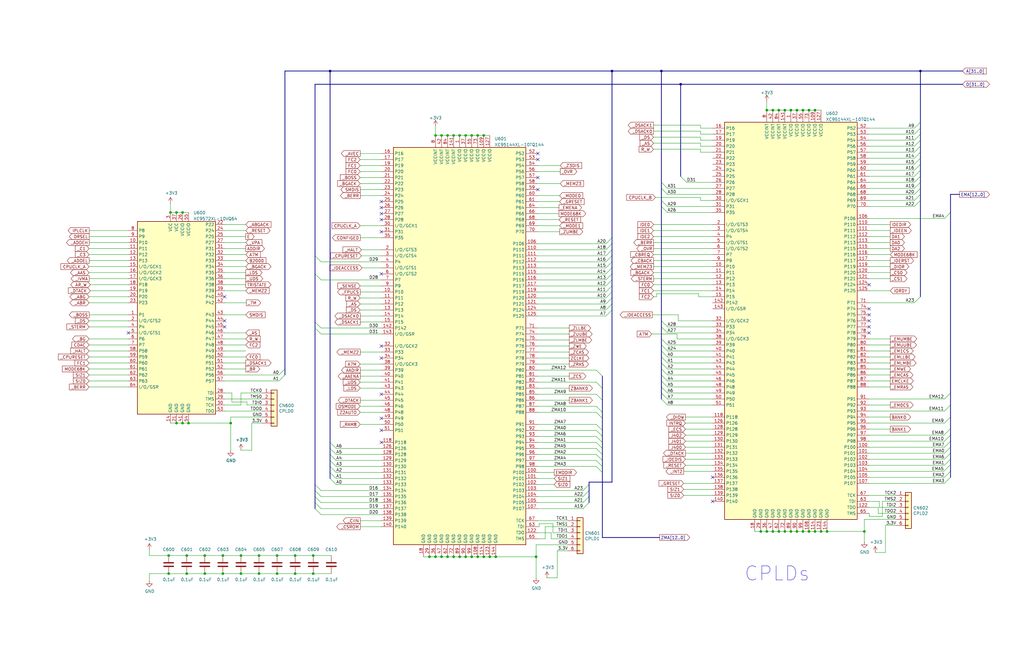
<source format=kicad_sch>
(kicad_sch (version 20211123) (generator eeschema)
  (paper "B")
  (title_block (title "Amiga N2630") (date "2022-12-04") (rev "3.0"))
  (junction (at 93.98 234.442))
  (junction (at 124.46 234.442))
  (junction (at 364.49 224.282))
  (junction (at 336.042 224.282))
  (junction (at 71.882 89.662))
  (junction (at 226.06 234.95))
  (junction (at 74.422 178.562))
  (junction (at 74.422 89.662))
  (junction (at 109.22 234.442))
  (junction (at 71.12 234.442))
  (junction (at 206.502 234.95))
  (junction (at 132.08 234.442))
  (junction (at 209.042 234.95))
  (junction (at 203.962 57.15))
  (junction (at 139.192 29.972))
  (junction (at 109.22 242.062))
  (junction (at 258.064 29.972))
  (junction (at 132.08 242.062))
  (junction (at 191.262 57.15))
  (junction (at 193.802 57.15))
  (junction (at 86.36 234.442))
  (junction (at 196.342 57.15))
  (junction (at 325.882 224.282))
  (junction (at 183.642 57.15))
  (junction (at 191.262 234.95))
  (junction (at 76.962 178.562))
  (junction (at 343.662 46.482))
  (junction (at 330.962 224.282))
  (junction (at 388.112 29.972))
  (junction (at 116.84 234.442))
  (junction (at 188.722 57.15))
  (junction (at 97.282 178.562))
  (junction (at 201.422 57.15))
  (junction (at 181.102 234.95))
  (junction (at 341.122 46.482))
  (junction (at 287.02 35.56))
  (junction (at 78.74 234.442))
  (junction (at 76.962 89.662))
  (junction (at 78.74 242.062))
  (junction (at 124.46 242.062))
  (junction (at 278.892 29.972))
  (junction (at 333.502 224.282))
  (junction (at 101.6 234.442))
  (junction (at 341.122 224.282))
  (junction (at 323.342 46.482))
  (junction (at 325.882 46.482))
  (junction (at 338.582 46.482))
  (junction (at 346.202 224.282))
  (junction (at 186.182 234.95))
  (junction (at 198.882 57.15))
  (junction (at 79.502 178.562))
  (junction (at 196.342 234.95))
  (junction (at 186.182 57.15))
  (junction (at 93.98 242.062))
  (junction (at 328.422 46.482))
  (junction (at 101.6 242.062))
  (junction (at 323.342 224.282))
  (junction (at 328.422 224.282))
  (junction (at 343.662 224.282))
  (junction (at 330.962 46.482))
  (junction (at 116.84 242.062))
  (junction (at 336.042 46.482))
  (junction (at 320.802 224.282))
  (junction (at 338.582 224.282))
  (junction (at 183.642 234.95))
  (junction (at 71.12 242.062))
  (junction (at 86.36 242.062))
  (junction (at 333.502 46.482))
  (junction (at 193.802 234.95))
  (junction (at 203.962 234.95))
  (junction (at 188.722 234.95))
  (junction (at 201.422 234.95))
  (junction (at 348.742 224.282))
  (junction (at 198.882 234.95))
  (no_connect (at 94.742 125.222))
  (no_connect (at 160.782 166.37))
  (no_connect (at 160.782 186.69))
  (no_connect (at 226.822 80.01))
  (no_connect (at 226.822 74.93))
  (no_connect (at 226.822 67.31))
  (no_connect (at 226.822 64.77))
  (no_connect (at 300.482 211.582))
  (no_connect (at 366.522 120.142))
  (no_connect (at 160.782 115.57))
  (no_connect (at 160.782 97.79))
  (no_connect (at 160.782 146.05))
  (no_connect (at 366.522 130.302))
  (no_connect (at 300.482 201.422))
  (no_connect (at 160.782 92.71))
  (no_connect (at 366.522 140.462))
  (no_connect (at 366.522 137.922))
  (no_connect (at 366.522 135.382))
  (no_connect (at 160.782 85.09))
  (no_connect (at 160.782 87.63))
  (no_connect (at 160.782 90.17))
  (no_connect (at 94.742 137.922))
  (no_connect (at 94.742 135.382))
  (no_connect (at 160.782 151.13))
  (no_connect (at 160.782 176.53))
  (no_connect (at 160.782 181.61))
  (no_connect (at 366.522 132.842))
  (no_connect (at 54.102 140.462))
  (bus_entry (at 281.432 137.922) (size -2.54 -2.54))
  (bus_entry (at 398.272 186.182) (size 2.54 -2.54))
  (bus_entry (at 398.018 183.642) (size 2.54 -2.54))
  (bus_entry (at 398.272 188.722) (size 2.54 -2.54))
  (bus_entry (at 398.272 173.482) (size 2.54 -2.54))
  (bus_entry (at 398.272 178.562) (size 2.54 -2.54))
  (bus_entry (at 255.524 107.95) (size 2.54 -2.54))
  (bus_entry (at 385.572 74.422) (size 2.54 -2.54))
  (bus_entry (at 385.572 61.722) (size 2.54 -2.54))
  (bus_entry (at 255.524 133.35) (size 2.54 -2.54))
  (bus_entry (at 385.572 54.102) (size 2.54 -2.54))
  (bus_entry (at 281.432 89.662) (size -2.54 -2.54))
  (bus_entry (at 281.432 79.502) (size -2.54 -2.54))
  (bus_entry (at 385.572 127.762) (size 2.54 -2.54))
  (bus_entry (at 385.572 79.502) (size 2.54 -2.54))
  (bus_entry (at 135.382 209.55) (size -2.54 -2.54))
  (bus_entry (at 281.432 165.862) (size -2.54 -2.54))
  (bus_entry (at 398.272 201.422) (size 2.54 -2.54))
  (bus_entry (at 398.272 193.802) (size 2.54 -2.54))
  (bus_entry (at 398.272 203.962) (size 2.54 -2.54))
  (bus_entry (at 398.272 92.202) (size 2.54 -2.54))
  (bus_entry (at 398.018 198.882) (size 2.54 -2.54))
  (bus_entry (at 398.272 196.342) (size 2.54 -2.54))
  (bus_entry (at 398.272 191.262) (size 2.54 -2.54))
  (bus_entry (at 251.46 156.21) (size 2.54 2.54))
  (bus_entry (at 135.382 207.01) (size -2.54 -2.54))
  (bus_entry (at 281.432 163.322) (size -2.54 -2.54))
  (bus_entry (at 281.432 150.622) (size -2.54 -2.54))
  (bus_entry (at 281.432 145.542) (size -2.54 -2.54))
  (bus_entry (at 141.732 204.47) (size -2.54 -2.54))
  (bus_entry (at 141.732 196.85) (size -2.54 -2.54))
  (bus_entry (at 141.732 194.31) (size -2.54 -2.54))
  (bus_entry (at 141.732 199.39) (size -2.54 -2.54))
  (bus_entry (at 141.732 201.93) (size -2.54 -2.54))
  (bus_entry (at 141.732 189.23) (size -2.54 -2.54))
  (bus_entry (at 141.732 191.77) (size -2.54 -2.54))
  (bus_entry (at 255.524 118.11) (size 2.54 -2.54))
  (bus_entry (at 255.524 128.27) (size 2.54 -2.54))
  (bus_entry (at 255.524 120.65) (size 2.54 -2.54))
  (bus_entry (at 255.524 123.19) (size 2.54 -2.54))
  (bus_entry (at 255.524 125.73) (size 2.54 -2.54))
  (bus_entry (at 255.524 130.81) (size 2.54 -2.54))
  (bus_entry (at 245.872 207.01) (size 2.54 -2.54))
  (bus_entry (at 245.872 214.63) (size 2.54 -2.54))
  (bus_entry (at 245.872 212.09) (size 2.54 -2.54))
  (bus_entry (at 255.524 115.57) (size 2.54 -2.54))
  (bus_entry (at 255.524 113.03) (size 2.54 -2.54))
  (bus_entry (at 245.872 209.55) (size 2.54 -2.54))
  (bus_entry (at 251.46 161.29) (size 2.54 2.54))
  (bus_entry (at 385.572 84.582) (size 2.54 -2.54))
  (bus_entry (at 385.572 69.342) (size 2.54 -2.54))
  (bus_entry (at 255.524 110.49) (size 2.54 -2.54))
  (bus_entry (at 385.572 82.042) (size 2.54 -2.54))
  (bus_entry (at 385.572 59.182) (size 2.54 -2.54))
  (bus_entry (at 281.432 170.942) (size -2.54 -2.54))
  (bus_entry (at 385.572 56.642) (size 2.54 -2.54))
  (bus_entry (at 281.432 155.702) (size -2.54 -2.54))
  (bus_entry (at 135.382 217.17) (size -2.54 -2.54))
  (bus_entry (at 281.432 168.402) (size -2.54 -2.54))
  (bus_entry (at 281.432 160.782) (size -2.54 -2.54))
  (bus_entry (at 117.602 158.242) (size 2.54 -2.54))
  (bus_entry (at 255.524 102.87) (size 2.54 -2.54))
  (bus_entry (at 385.572 71.882) (size 2.54 -2.54))
  (bus_entry (at 281.432 158.242) (size -2.54 -2.54))
  (bus_entry (at 398.272 168.402) (size 2.54 -2.54))
  (bus_entry (at 281.432 148.082) (size -2.54 -2.54))
  (bus_entry (at 385.572 64.262) (size 2.54 -2.54))
  (bus_entry (at 281.432 140.462) (size -2.54 -2.54))
  (bus_entry (at 385.572 87.122) (size 2.54 -2.54))
  (bus_entry (at 289.56 76.962) (size -2.54 -2.54))
  (bus_entry (at 385.572 66.802) (size 2.54 -2.54))
  (bus_entry (at 385.572 76.962) (size 2.54 -2.54))
  (bus_entry (at 255.524 105.41) (size 2.54 -2.54))
  (bus_entry (at 281.432 153.162) (size -2.54 -2.54))
  (bus_entry (at 135.382 212.09) (size -2.54 -2.54))
  (bus_entry (at 251.46 171.45) (size 2.54 2.54))
  (bus_entry (at 251.46 166.37) (size 2.54 2.54))
  (bus_entry (at 251.46 179.07) (size 2.54 2.54))
  (bus_entry (at 251.46 173.99) (size 2.54 2.54))
  (bus_entry (at 251.46 191.77) (size 2.54 2.54))
  (bus_entry (at 251.46 194.31) (size 2.54 2.54))
  (bus_entry (at 251.46 196.85) (size 2.54 2.54))
  (bus_entry (at 251.46 184.15) (size 2.54 2.54))
  (bus_entry (at 251.46 189.23) (size 2.54 2.54))
  (bus_entry (at 251.46 181.61) (size 2.54 2.54))
  (bus_entry (at 251.46 186.69) (size 2.54 2.54))
  (bus_entry (at 117.602 160.782) (size 2.54 -2.54))
  (bus_entry (at 281.432 87.122) (size -2.54 -2.54))
  (bus_entry (at 281.432 82.042) (size -2.54 -2.54))
  (bus_entry (at 135.382 110.49) (size -2.54 -2.54))
  (bus_entry (at 135.382 118.11) (size -2.54 -2.54))
  (bus_entry (at 135.382 140.97) (size -2.54 -2.54))
  (bus_entry (at 135.382 138.43) (size -2.54 -2.54))
  (bus_entry (at 135.382 214.63) (size -2.54 -2.54))
  (bus (pts (xy 278.892 79.502) (xy 278.892 84.582)))
  (wire (pts (xy 54.102 112.522) (xy 37.592 112.522)))
  (wire (pts (xy 366.522 173.482) (xy 398.272 173.482)))
  (wire (pts (xy 276.352 83.312) (xy 295.402 83.312)))
  (wire (pts (xy 183.642 234.95) (xy 186.182 234.95)))
  (wire (pts (xy 226.06 243.84) (xy 226.06 234.95)))
  (bus (pts (xy 254 163.83) (xy 254 168.91)))
  (wire (pts (xy 226.06 234.95) (xy 226.06 229.87)))
  (bus (pts (xy 258.064 120.65) (xy 258.064 118.11)))
  (bus (pts (xy 132.842 107.95) (xy 132.842 35.56)))
  (bus (pts (xy 258.064 115.57) (xy 258.064 113.03)))
  (bus (pts (xy 254 181.61) (xy 254 184.15)))
  (wire (pts (xy 203.962 234.95) (xy 206.502 234.95)))
  (wire (pts (xy 366.522 109.982) (xy 375.412 109.982)))
  (wire (pts (xy 288.29 203.962) (xy 300.482 203.962)))
  (wire (pts (xy 103.632 148.082) (xy 94.742 148.082)))
  (wire (pts (xy 181.102 234.95) (xy 183.642 234.95)))
  (wire (pts (xy 101.6 242.062) (xy 93.98 242.062)))
  (wire (pts (xy 239.522 222.25) (xy 229.87 222.25)))
  (bus (pts (xy 248.412 212.09) (xy 248.412 209.55)))
  (wire (pts (xy 300.482 165.862) (xy 281.432 165.862)))
  (wire (pts (xy 300.482 160.782) (xy 281.432 160.782)))
  (wire (pts (xy 54.102 109.982) (xy 37.592 109.982)))
  (wire (pts (xy 188.722 234.95) (xy 191.262 234.95)))
  (wire (pts (xy 151.892 222.25) (xy 160.782 222.25)))
  (wire (pts (xy 366.522 170.942) (xy 375.412 170.942)))
  (wire (pts (xy 372.11 217.932) (xy 366.522 217.932)))
  (wire (pts (xy 104.14 170.942) (xy 110.49 170.942)))
  (wire (pts (xy 135.382 214.63) (xy 160.782 214.63)))
  (wire (pts (xy 320.802 224.282) (xy 318.262 224.282)))
  (wire (pts (xy 286.004 135.382) (xy 286.004 132.842)))
  (wire (pts (xy 295.402 52.832) (xy 275.59 52.832)))
  (bus (pts (xy 139.192 194.31) (xy 139.192 196.85)))
  (wire (pts (xy 328.422 46.482) (xy 325.882 46.482)))
  (wire (pts (xy 385.572 71.882) (xy 366.522 71.882)))
  (bus (pts (xy 254 158.75) (xy 254 163.83)))
  (wire (pts (xy 281.432 150.622) (xy 300.482 150.622)))
  (wire (pts (xy 255.524 110.49) (xy 226.822 110.49)))
  (wire (pts (xy 245.872 214.63) (xy 226.822 214.63)))
  (wire (pts (xy 275.59 94.742) (xy 300.482 94.742)))
  (wire (pts (xy 364.49 224.282) (xy 364.49 219.202)))
  (wire (pts (xy 385.572 84.582) (xy 366.522 84.582)))
  (bus (pts (xy 132.842 212.09) (xy 132.842 214.63)))
  (wire (pts (xy 97.282 178.562) (xy 97.282 176.022)))
  (wire (pts (xy 54.102 122.682) (xy 38.1 122.682)))
  (wire (pts (xy 285.496 143.002) (xy 285.496 140.97)))
  (wire (pts (xy 295.402 60.452) (xy 295.402 61.722)))
  (bus (pts (xy 248.412 209.55) (xy 248.412 207.01)))
  (wire (pts (xy 71.882 85.852) (xy 71.882 89.662)))
  (wire (pts (xy 103.632 102.362) (xy 94.742 102.362)))
  (wire (pts (xy 135.382 207.01) (xy 160.782 207.01)))
  (wire (pts (xy 300.482 107.442) (xy 275.59 107.442)))
  (wire (pts (xy 226.822 97.79) (xy 235.966 97.79)))
  (wire (pts (xy 103.632 155.702) (xy 94.742 155.702)))
  (bus (pts (xy 132.842 138.684) (xy 132.842 204.47)))
  (wire (pts (xy 226.822 189.23) (xy 251.46 189.23)))
  (wire (pts (xy 191.262 57.15) (xy 188.722 57.15)))
  (wire (pts (xy 54.102 125.222) (xy 37.592 125.222)))
  (wire (pts (xy 289.052 193.802) (xy 300.482 193.802)))
  (wire (pts (xy 336.042 46.482) (xy 333.502 46.482)))
  (wire (pts (xy 300.482 209.042) (xy 288.29 209.042)))
  (wire (pts (xy 94.742 94.742) (xy 103.632 94.742)))
  (wire (pts (xy 385.572 127.762) (xy 366.522 127.762)))
  (wire (pts (xy 226.822 219.71) (xy 239.522 219.71)))
  (bus (pts (xy 258.064 102.87) (xy 258.064 100.33)))
  (wire (pts (xy 281.432 148.082) (xy 300.482 148.082)))
  (wire (pts (xy 226.822 92.71) (xy 235.712 92.71)))
  (wire (pts (xy 37.592 158.242) (xy 54.102 158.242)))
  (wire (pts (xy 281.432 89.662) (xy 300.482 89.662)))
  (wire (pts (xy 281.432 82.042) (xy 300.482 82.042)))
  (bus (pts (xy 254 191.77) (xy 254 194.31)))
  (bus (pts (xy 400.812 191.262) (xy 400.812 188.722)))
  (wire (pts (xy 226.822 194.31) (xy 251.46 194.31)))
  (wire (pts (xy 160.782 74.93) (xy 151.892 74.93)))
  (wire (pts (xy 103.632 122.682) (xy 94.742 122.682)))
  (wire (pts (xy 226.822 191.77) (xy 251.46 191.77)))
  (bus (pts (xy 258.064 118.11) (xy 258.064 115.57)))
  (bus (pts (xy 254 199.39) (xy 254 226.822)))
  (wire (pts (xy 300.482 186.182) (xy 289.052 186.182)))
  (wire (pts (xy 94.742 158.242) (xy 117.602 158.242)))
  (wire (pts (xy 300.482 112.522) (xy 275.59 112.522)))
  (wire (pts (xy 206.502 234.95) (xy 209.042 234.95)))
  (wire (pts (xy 366.522 176.022) (xy 375.412 176.022)))
  (wire (pts (xy 226.822 95.25) (xy 235.966 95.25)))
  (wire (pts (xy 196.342 234.95) (xy 198.882 234.95)))
  (wire (pts (xy 160.782 64.77) (xy 151.892 64.77)))
  (bus (pts (xy 388.112 64.262) (xy 388.112 66.802)))
  (bus (pts (xy 254 189.23) (xy 254 191.77)))
  (wire (pts (xy 300.482 125.222) (xy 294.64 125.222)))
  (wire (pts (xy 160.782 77.47) (xy 151.892 77.47)))
  (wire (pts (xy 300.482 170.942) (xy 281.432 170.942)))
  (wire (pts (xy 141.732 196.85) (xy 160.782 196.85)))
  (wire (pts (xy 289.56 76.962) (xy 300.482 76.962)))
  (wire (pts (xy 94.742 109.982) (xy 103.632 109.982)))
  (wire (pts (xy 385.572 54.102) (xy 366.522 54.102)))
  (wire (pts (xy 160.782 173.99) (xy 151.892 173.99)))
  (wire (pts (xy 325.882 46.482) (xy 323.342 46.482)))
  (wire (pts (xy 196.342 57.15) (xy 193.802 57.15)))
  (wire (pts (xy 54.102 117.602) (xy 37.592 117.602)))
  (bus (pts (xy 400.812 176.022) (xy 400.812 170.942)))
  (bus (pts (xy 388.112 61.722) (xy 388.112 64.262)))
  (wire (pts (xy 366.522 145.542) (xy 375.412 145.542)))
  (wire (pts (xy 93.98 242.062) (xy 86.36 242.062)))
  (wire (pts (xy 300.482 183.642) (xy 289.052 183.642)))
  (wire (pts (xy 275.59 104.902) (xy 300.482 104.902)))
  (wire (pts (xy 103.632 150.622) (xy 94.742 150.622)))
  (wire (pts (xy 37.592 148.082) (xy 54.102 148.082)))
  (wire (pts (xy 226.822 199.39) (xy 233.68 199.39)))
  (wire (pts (xy 124.46 242.062) (xy 132.08 242.062)))
  (wire (pts (xy 341.122 224.282) (xy 338.582 224.282)))
  (wire (pts (xy 37.592 132.842) (xy 54.102 132.842)))
  (bus (pts (xy 400.812 89.662) (xy 400.812 82.042)))
  (wire (pts (xy 151.892 156.21) (xy 160.782 156.21)))
  (wire (pts (xy 151.892 123.19) (xy 160.782 123.19)))
  (wire (pts (xy 54.102 137.922) (xy 37.592 137.922)))
  (bus (pts (xy 254 194.31) (xy 254 196.85)))
  (wire (pts (xy 226.822 90.17) (xy 235.712 90.17)))
  (wire (pts (xy 37.592 104.902) (xy 54.102 104.902)))
  (wire (pts (xy 300.482 163.322) (xy 281.432 163.322)))
  (wire (pts (xy 281.432 87.122) (xy 300.482 87.122)))
  (bus (pts (xy 248.412 203.454) (xy 258.064 203.454)))
  (wire (pts (xy 209.042 234.95) (xy 226.06 234.95)))
  (bus (pts (xy 278.892 158.242) (xy 278.892 160.782)))
  (wire (pts (xy 135.382 217.17) (xy 160.782 217.17)))
  (wire (pts (xy 191.262 234.95) (xy 193.802 234.95)))
  (bus (pts (xy 258.064 113.03) (xy 258.064 110.49)))
  (wire (pts (xy 366.522 178.562) (xy 398.272 178.562)))
  (bus (pts (xy 278.892 153.162) (xy 278.892 155.702)))
  (wire (pts (xy 385.572 69.342) (xy 366.522 69.342)))
  (bus (pts (xy 120.142 29.972) (xy 139.192 29.972)))
  (wire (pts (xy 160.782 163.83) (xy 151.892 163.83)))
  (wire (pts (xy 375.412 122.682) (xy 366.522 122.682)))
  (bus (pts (xy 278.892 160.782) (xy 278.892 163.322)))
  (bus (pts (xy 254 176.53) (xy 254 181.61)))
  (bus (pts (xy 258.064 128.27) (xy 258.064 130.81)))
  (wire (pts (xy 151.892 125.73) (xy 160.782 125.73)))
  (wire (pts (xy 76.962 178.562) (xy 79.502 178.562)))
  (wire (pts (xy 151.892 158.75) (xy 160.782 158.75)))
  (wire (pts (xy 226.822 143.51) (xy 240.03 143.51)))
  (wire (pts (xy 234.95 243.84) (xy 230.632 243.84)))
  (wire (pts (xy 289.052 176.022) (xy 300.482 176.022)))
  (wire (pts (xy 103.632 140.462) (xy 94.742 140.462)))
  (wire (pts (xy 226.822 87.63) (xy 235.712 87.63)))
  (wire (pts (xy 255.524 102.87) (xy 226.822 102.87)))
  (wire (pts (xy 109.22 242.062) (xy 101.6 242.062)))
  (wire (pts (xy 141.732 191.77) (xy 160.782 191.77)))
  (wire (pts (xy 193.802 234.95) (xy 196.342 234.95)))
  (wire (pts (xy 79.502 178.562) (xy 97.282 178.562)))
  (wire (pts (xy 372.11 211.582) (xy 372.11 217.932)))
  (bus (pts (xy 388.112 66.802) (xy 388.112 69.342)))
  (bus (pts (xy 400.812 82.042) (xy 404.622 82.042)))
  (wire (pts (xy 366.522 163.322) (xy 375.412 163.322)))
  (wire (pts (xy 103.632 145.542) (xy 94.742 145.542)))
  (wire (pts (xy 300.482 117.602) (xy 275.59 117.602)))
  (wire (pts (xy 226.822 72.39) (xy 236.22 72.39)))
  (bus (pts (xy 278.892 145.542) (xy 278.892 148.082)))
  (bus (pts (xy 278.892 29.972) (xy 388.112 29.972)))
  (bus (pts (xy 278.892 165.862) (xy 278.892 168.402)))
  (bus (pts (xy 400.812 193.802) (xy 400.812 191.262)))
  (wire (pts (xy 135.382 138.43) (xy 160.782 138.43)))
  (wire (pts (xy 109.22 234.442) (xy 116.84 234.442)))
  (wire (pts (xy 151.892 120.65) (xy 160.782 120.65)))
  (wire (pts (xy 160.782 107.95) (xy 152.4 107.95)))
  (bus (pts (xy 258.064 130.81) (xy 258.064 203.454)))
  (wire (pts (xy 366.522 183.642) (xy 398.018 183.642)))
  (wire (pts (xy 141.732 189.23) (xy 160.782 189.23)))
  (wire (pts (xy 333.502 46.482) (xy 330.962 46.482)))
  (wire (pts (xy 226.822 153.67) (xy 240.03 153.67)))
  (wire (pts (xy 300.482 115.062) (xy 275.59 115.062)))
  (wire (pts (xy 160.782 95.25) (xy 151.892 95.25)))
  (wire (pts (xy 229.87 222.25) (xy 229.87 227.33)))
  (wire (pts (xy 233.172 220.98) (xy 227.33 220.98)))
  (bus (pts (xy 400.812 89.662) (xy 400.812 165.862)))
  (wire (pts (xy 116.84 242.062) (xy 124.46 242.062)))
  (wire (pts (xy 135.382 110.49) (xy 160.782 110.49)))
  (wire (pts (xy 54.102 107.442) (xy 37.592 107.442)))
  (wire (pts (xy 300.482 120.142) (xy 275.59 120.142)))
  (wire (pts (xy 86.36 234.442) (xy 78.74 234.442)))
  (bus (pts (xy 388.112 29.972) (xy 405.892 29.972)))
  (wire (pts (xy 226.822 77.47) (xy 236.22 77.47)))
  (wire (pts (xy 103.632 112.522) (xy 94.742 112.522)))
  (wire (pts (xy 97.282 189.992) (xy 97.282 178.562)))
  (wire (pts (xy 151.892 130.81) (xy 160.782 130.81)))
  (wire (pts (xy 232.41 227.33) (xy 239.522 227.33)))
  (wire (pts (xy 275.59 60.452) (xy 295.402 60.452)))
  (wire (pts (xy 338.582 224.282) (xy 336.042 224.282)))
  (wire (pts (xy 226.822 85.09) (xy 235.966 85.09)))
  (wire (pts (xy 101.6 165.862) (xy 101.6 170.942)))
  (wire (pts (xy 370.84 214.122) (xy 377.952 214.122)))
  (wire (pts (xy 97.79 165.862) (xy 97.79 169.672)))
  (wire (pts (xy 300.482 84.582) (xy 295.402 84.582)))
  (wire (pts (xy 226.822 82.55) (xy 235.966 82.55)))
  (wire (pts (xy 198.882 57.15) (xy 196.342 57.15)))
  (wire (pts (xy 226.822 179.07) (xy 251.46 179.07)))
  (wire (pts (xy 201.422 57.15) (xy 198.882 57.15)))
  (wire (pts (xy 276.86 125.222) (xy 275.59 125.222)))
  (wire (pts (xy 109.22 242.062) (xy 116.84 242.062)))
  (wire (pts (xy 348.742 224.282) (xy 364.49 224.282)))
  (wire (pts (xy 275.59 99.822) (xy 300.482 99.822)))
  (wire (pts (xy 71.12 234.442) (xy 62.992 234.442)))
  (bus (pts (xy 139.192 191.77) (xy 139.192 194.31)))
  (wire (pts (xy 385.572 87.122) (xy 366.522 87.122)))
  (wire (pts (xy 198.882 234.95) (xy 201.422 234.95)))
  (wire (pts (xy 255.524 133.35) (xy 226.822 133.35)))
  (bus (pts (xy 400.812 188.722) (xy 400.812 186.182)))
  (bus (pts (xy 258.064 100.33) (xy 258.064 29.972)))
  (bus (pts (xy 388.112 56.642) (xy 388.112 59.182)))
  (bus (pts (xy 139.192 186.69) (xy 139.192 189.23)))
  (wire (pts (xy 124.46 234.442) (xy 132.08 234.442)))
  (wire (pts (xy 294.64 123.952) (xy 276.86 123.952)))
  (wire (pts (xy 141.732 199.39) (xy 160.782 199.39)))
  (wire (pts (xy 71.12 242.062) (xy 62.992 242.062)))
  (wire (pts (xy 370.332 214.122) (xy 370.332 216.662)))
  (wire (pts (xy 366.522 168.402) (xy 398.272 168.402)))
  (wire (pts (xy 203.962 57.15) (xy 201.422 57.15)))
  (wire (pts (xy 54.102 99.822) (xy 37.592 99.822)))
  (wire (pts (xy 233.172 224.79) (xy 233.172 220.98)))
  (bus (pts (xy 400.812 183.642) (xy 400.812 176.022)))
  (wire (pts (xy 366.522 112.522) (xy 375.412 112.522)))
  (wire (pts (xy 37.592 153.162) (xy 54.102 153.162)))
  (bus (pts (xy 278.892 163.322) (xy 278.892 165.862)))
  (wire (pts (xy 226.822 184.15) (xy 251.46 184.15)))
  (wire (pts (xy 366.522 203.962) (xy 398.272 203.962)))
  (wire (pts (xy 366.522 115.062) (xy 375.412 115.062)))
  (wire (pts (xy 385.572 64.262) (xy 366.522 64.262)))
  (wire (pts (xy 186.182 234.95) (xy 188.722 234.95)))
  (wire (pts (xy 323.342 224.282) (xy 320.802 224.282)))
  (wire (pts (xy 288.29 198.882) (xy 300.482 198.882)))
  (wire (pts (xy 226.822 140.97) (xy 240.03 140.97)))
  (wire (pts (xy 300.482 191.262) (xy 289.052 191.262)))
  (wire (pts (xy 377.952 221.742) (xy 373.38 221.742)))
  (bus (pts (xy 278.892 137.922) (xy 278.892 143.002)))
  (wire (pts (xy 366.522 143.002) (xy 375.412 143.002)))
  (wire (pts (xy 255.524 130.81) (xy 226.822 130.81)))
  (bus (pts (xy 258.064 107.95) (xy 258.064 105.41)))
  (wire (pts (xy 385.572 56.642) (xy 366.522 56.642)))
  (wire (pts (xy 323.342 42.672) (xy 323.342 46.482)))
  (wire (pts (xy 117.602 160.782) (xy 94.742 160.782)))
  (wire (pts (xy 132.08 234.442) (xy 139.7 234.442)))
  (wire (pts (xy 160.782 161.29) (xy 151.892 161.29)))
  (wire (pts (xy 300.482 56.642) (xy 295.402 56.642)))
  (bus (pts (xy 132.842 115.57) (xy 132.842 107.95)))
  (wire (pts (xy 226.822 204.47) (xy 233.68 204.47)))
  (wire (pts (xy 151.892 153.67) (xy 160.782 153.67)))
  (wire (pts (xy 54.102 127.762) (xy 37.592 127.762)))
  (bus (pts (xy 388.112 82.042) (xy 388.112 84.582)))
  (wire (pts (xy 289.052 196.342) (xy 300.482 196.342)))
  (wire (pts (xy 295.402 55.372) (xy 275.59 55.372)))
  (wire (pts (xy 97.79 169.672) (xy 104.14 169.672)))
  (wire (pts (xy 275.59 97.282) (xy 300.482 97.282)))
  (bus (pts (xy 400.812 186.182) (xy 400.812 183.642)))
  (wire (pts (xy 132.08 242.062) (xy 139.7 242.062)))
  (wire (pts (xy 295.402 64.262) (xy 295.402 62.992)))
  (bus (pts (xy 400.812 201.422) (xy 400.812 198.882)))
  (wire (pts (xy 366.522 117.602) (xy 375.412 117.602)))
  (wire (pts (xy 289.052 181.102) (xy 300.482 181.102)))
  (wire (pts (xy 366.522 211.582) (xy 370.84 211.582)))
  (wire (pts (xy 226.822 151.13) (xy 240.03 151.13)))
  (wire (pts (xy 54.102 120.142) (xy 38.1 120.142)))
  (wire (pts (xy 370.332 216.662) (xy 377.952 216.662)))
  (wire (pts (xy 226.822 158.75) (xy 240.03 158.75)))
  (wire (pts (xy 364.49 219.202) (xy 377.952 219.202)))
  (wire (pts (xy 255.524 105.41) (xy 226.822 105.41)))
  (wire (pts (xy 295.402 56.642) (xy 295.402 55.372)))
  (bus (pts (xy 258.064 29.972) (xy 278.892 29.972)))
  (wire (pts (xy 93.98 234.442) (xy 86.36 234.442)))
  (wire (pts (xy 276.86 123.952) (xy 276.86 125.222)))
  (wire (pts (xy 281.432 153.162) (xy 300.482 153.162)))
  (wire (pts (xy 373.38 233.172) (xy 369.062 233.172)))
  (bus (pts (xy 132.842 135.89) (xy 132.842 115.57)))
  (wire (pts (xy 275.59 102.362) (xy 300.482 102.362)))
  (wire (pts (xy 227.33 222.25) (xy 226.822 222.25)))
  (wire (pts (xy 275.59 62.992) (xy 295.402 62.992)))
  (wire (pts (xy 151.892 67.31) (xy 160.782 67.31)))
  (bus (pts (xy 254 184.15) (xy 254 186.69)))
  (wire (pts (xy 366.522 198.882) (xy 398.018 198.882)))
  (wire (pts (xy 366.522 104.902) (xy 375.412 104.902)))
  (wire (pts (xy 160.782 80.01) (xy 151.892 80.01)))
  (wire (pts (xy 255.524 113.03) (xy 226.822 113.03)))
  (wire (pts (xy 366.522 150.622) (xy 375.412 150.622)))
  (bus (pts (xy 287.02 35.56) (xy 405.892 35.56)))
  (wire (pts (xy 288.29 206.502) (xy 300.482 206.502)))
  (wire (pts (xy 160.782 171.45) (xy 151.892 171.45)))
  (wire (pts (xy 151.892 128.27) (xy 160.782 128.27)))
  (wire (pts (xy 206.502 57.15) (xy 203.962 57.15)))
  (wire (pts (xy 160.782 179.07) (xy 151.892 179.07)))
  (wire (pts (xy 286.004 132.842) (xy 275.082 132.842)))
  (wire (pts (xy 255.524 115.57) (xy 226.822 115.57)))
  (wire (pts (xy 160.782 168.91) (xy 151.892 168.91)))
  (wire (pts (xy 37.592 150.622) (xy 54.102 150.622)))
  (wire (pts (xy 385.572 79.502) (xy 366.522 79.502)))
  (wire (pts (xy 37.592 160.782) (xy 54.102 160.782)))
  (wire (pts (xy 328.422 224.282) (xy 325.882 224.282)))
  (wire (pts (xy 366.522 153.162) (xy 375.412 153.162)))
  (wire (pts (xy 245.872 212.09) (xy 226.822 212.09)))
  (wire (pts (xy 54.102 135.382) (xy 37.592 135.382)))
  (wire (pts (xy 275.59 57.912) (xy 295.402 57.912)))
  (wire (pts (xy 160.782 72.39) (xy 151.892 72.39)))
  (wire (pts (xy 226.822 171.45) (xy 251.46 171.45)))
  (wire (pts (xy 294.64 125.222) (xy 294.64 123.952)))
  (wire (pts (xy 37.592 145.542) (xy 54.102 145.542)))
  (wire (pts (xy 226.822 146.05) (xy 240.03 146.05)))
  (bus (pts (xy 400.812 170.942) (xy 400.812 165.862)))
  (bus (pts (xy 139.192 199.39) (xy 139.192 201.93)))
  (wire (pts (xy 364.49 228.6) (xy 364.49 224.282)))
  (wire (pts (xy 103.632 143.002) (xy 94.742 143.002)))
  (wire (pts (xy 377.952 211.582) (xy 372.11 211.582)))
  (bus (pts (xy 278.892 148.082) (xy 278.892 150.622)))
  (wire (pts (xy 94.742 97.282) (xy 103.632 97.282)))
  (bus (pts (xy 388.112 79.502) (xy 388.112 82.042)))
  (bus (pts (xy 120.142 158.242) (xy 120.142 155.702)))
  (bus (pts (xy 388.112 54.102) (xy 388.112 56.642)))
  (wire (pts (xy 226.822 181.61) (xy 251.46 181.61)))
  (wire (pts (xy 110.49 168.402) (xy 94.742 168.402)))
  (bus (pts (xy 132.842 35.56) (xy 287.02 35.56)))
  (wire (pts (xy 366.522 214.122) (xy 370.332 214.122)))
  (bus (pts (xy 254 226.822) (xy 278.13 226.822)))
  (bus (pts (xy 258.064 105.41) (xy 258.064 102.87)))
  (bus (pts (xy 120.142 155.702) (xy 120.142 29.972)))
  (wire (pts (xy 110.49 173.482) (xy 94.742 173.482)))
  (wire (pts (xy 160.782 204.47) (xy 141.732 204.47)))
  (wire (pts (xy 295.402 54.102) (xy 295.402 52.832)))
  (bus (pts (xy 139.192 196.85) (xy 139.192 199.39)))
  (bus (pts (xy 388.112 74.422) (xy 388.112 76.962)))
  (bus (pts (xy 388.112 69.342) (xy 388.112 71.882)))
  (wire (pts (xy 366.522 158.242) (xy 375.412 158.242)))
  (wire (pts (xy 109.22 234.442) (xy 101.6 234.442)))
  (wire (pts (xy 330.962 224.282) (xy 328.422 224.282)))
  (wire (pts (xy 274.828 140.97) (xy 285.496 140.97)))
  (bus (pts (xy 388.112 51.562) (xy 388.112 54.102)))
  (wire (pts (xy 385.572 76.962) (xy 366.522 76.962)))
  (wire (pts (xy 37.592 155.702) (xy 54.102 155.702)))
  (wire (pts (xy 79.502 89.662) (xy 76.962 89.662)))
  (bus (pts (xy 132.842 138.43) (xy 132.842 135.89)))
  (wire (pts (xy 366.522 193.802) (xy 398.272 193.802)))
  (bus (pts (xy 258.064 123.19) (xy 258.064 120.65)))
  (wire (pts (xy 346.202 46.482) (xy 343.662 46.482)))
  (wire (pts (xy 152.654 113.03) (xy 160.782 113.03)))
  (wire (pts (xy 74.422 178.562) (xy 76.962 178.562)))
  (wire (pts (xy 86.36 242.062) (xy 78.74 242.062)))
  (wire (pts (xy 106.172 189.992) (xy 101.6 189.992)))
  (bus (pts (xy 278.892 84.582) (xy 278.892 87.122)))
  (bus (pts (xy 278.892 155.702) (xy 278.892 158.242)))
  (bus (pts (xy 248.412 207.01) (xy 248.412 204.47)))
  (wire (pts (xy 226.822 156.21) (xy 251.46 156.21)))
  (wire (pts (xy 385.572 74.422) (xy 366.522 74.422)))
  (wire (pts (xy 74.422 89.662) (xy 71.882 89.662)))
  (wire (pts (xy 106.172 178.562) (xy 106.172 189.992)))
  (wire (pts (xy 135.382 209.55) (xy 160.782 209.55)))
  (bus (pts (xy 278.892 135.382) (xy 278.892 137.922)))
  (wire (pts (xy 101.6 170.942) (xy 94.742 170.942)))
  (wire (pts (xy 239.522 224.79) (xy 233.172 224.79)))
  (wire (pts (xy 300.482 158.242) (xy 281.432 158.242)))
  (wire (pts (xy 141.732 194.31) (xy 160.782 194.31)))
  (wire (pts (xy 78.74 234.442) (xy 71.12 234.442)))
  (wire (pts (xy 183.642 53.34) (xy 183.642 57.15)))
  (wire (pts (xy 375.412 99.822) (xy 366.522 99.822)))
  (bus (pts (xy 278.892 76.962) (xy 278.892 79.502)))
  (bus (pts (xy 388.112 71.882) (xy 388.112 74.422)))
  (wire (pts (xy 103.632 120.142) (xy 94.742 120.142)))
  (wire (pts (xy 232.41 224.79) (xy 232.41 227.33)))
  (wire (pts (xy 366.522 209.042) (xy 377.952 209.042)))
  (wire (pts (xy 135.382 140.97) (xy 160.782 140.97)))
  (wire (pts (xy 94.742 132.842) (xy 103.632 132.842)))
  (wire (pts (xy 366.522 107.442) (xy 375.412 107.442)))
  (wire (pts (xy 141.732 201.93) (xy 160.782 201.93)))
  (wire (pts (xy 152.4 105.41) (xy 160.782 105.41)))
  (wire (pts (xy 78.74 242.062) (xy 71.12 242.062)))
  (wire (pts (xy 300.482 143.002) (xy 285.496 143.002)))
  (wire (pts (xy 193.802 57.15) (xy 191.262 57.15)))
  (wire (pts (xy 300.482 135.382) (xy 286.004 135.382)))
  (bus (pts (xy 388.112 76.962) (xy 388.112 79.502)))
  (wire (pts (xy 366.522 97.282) (xy 375.412 97.282)))
  (bus (pts (xy 132.842 207.01) (xy 132.842 209.55)))
  (wire (pts (xy 300.482 64.262) (xy 295.402 64.262)))
  (wire (pts (xy 300.482 54.102) (xy 295.402 54.102)))
  (wire (pts (xy 295.402 57.912) (xy 295.402 59.182)))
  (wire (pts (xy 300.482 109.982) (xy 275.59 109.982)))
  (wire (pts (xy 227.33 220.98) (xy 227.33 222.25)))
  (wire (pts (xy 151.892 69.85) (xy 160.782 69.85)))
  (wire (pts (xy 151.892 133.35) (xy 160.782 133.35)))
  (wire (pts (xy 370.84 211.582) (xy 370.84 214.122)))
  (wire (pts (xy 281.432 137.922) (xy 300.482 137.922)))
  (bus (pts (xy 254 168.91) (xy 254 173.99)))
  (wire (pts (xy 325.882 224.282) (xy 323.342 224.282)))
  (bus (pts (xy 278.892 29.972) (xy 278.892 76.962)))
  (wire (pts (xy 343.662 46.482) (xy 341.122 46.482)))
  (wire (pts (xy 385.572 61.722) (xy 366.522 61.722)))
  (wire (pts (xy 366.522 181.102) (xy 375.412 181.102)))
  (bus (pts (xy 258.064 128.27) (xy 258.064 125.73)))
  (wire (pts (xy 330.962 46.482) (xy 328.422 46.482)))
  (bus (pts (xy 388.112 59.182) (xy 388.112 61.722)))
  (wire (pts (xy 338.582 46.482) (xy 336.042 46.482)))
  (wire (pts (xy 226.06 229.87) (xy 239.522 229.87)))
  (wire (pts (xy 54.102 115.062) (xy 37.592 115.062)))
  (wire (pts (xy 300.482 188.722) (xy 289.052 188.722)))
  (wire (pts (xy 289.052 178.562) (xy 300.482 178.562)))
  (wire (pts (xy 62.992 234.442) (xy 62.992 231.902)))
  (wire (pts (xy 97.282 176.022) (xy 110.49 176.022)))
  (bus (pts (xy 132.842 204.47) (xy 132.842 207.01)))
  (wire (pts (xy 186.182 57.15) (xy 183.642 57.15)))
  (bus (pts (xy 254 173.99) (xy 254 176.53)))
  (wire (pts (xy 245.872 207.01) (xy 226.822 207.01)))
  (wire (pts (xy 54.102 102.362) (xy 37.592 102.362)))
  (wire (pts (xy 226.822 224.79) (xy 232.41 224.79)))
  (wire (pts (xy 239.522 232.41) (xy 234.95 232.41)))
  (wire (pts (xy 103.632 153.162) (xy 94.742 153.162)))
  (wire (pts (xy 366.522 196.342) (xy 398.272 196.342)))
  (wire (pts (xy 348.742 224.282) (xy 346.202 224.282)))
  (wire (pts (xy 226.822 186.69) (xy 251.46 186.69)))
  (wire (pts (xy 226.822 196.85) (xy 251.46 196.85)))
  (bus (pts (xy 258.064 125.73) (xy 258.064 123.19)))
  (bus (pts (xy 278.892 150.622) (xy 278.892 153.162)))
  (wire (pts (xy 236.22 69.85) (xy 226.822 69.85)))
  (wire (pts (xy 234.95 232.41) (xy 234.95 243.84)))
  (wire (pts (xy 366.522 217.932) (xy 366.522 216.662)))
  (wire (pts (xy 333.502 224.282) (xy 330.962 224.282)))
  (wire (pts (xy 101.6 234.442) (xy 93.98 234.442)))
  (wire (pts (xy 103.632 117.602) (xy 94.742 117.602)))
  (bus (pts (xy 139.192 189.23) (xy 139.192 191.77)))
  (wire (pts (xy 366.522 148.082) (xy 375.412 148.082)))
  (wire (pts (xy 373.38 221.742) (xy 373.38 233.172)))
  (bus (pts (xy 254 186.69) (xy 254 189.23)))
  (wire (pts (xy 94.742 99.822) (xy 103.632 99.822)))
  (wire (pts (xy 341.122 46.482) (xy 338.582 46.482)))
  (wire (pts (xy 160.782 82.55) (xy 151.892 82.55)))
  (wire (pts (xy 226.822 163.83) (xy 240.03 163.83)))
  (bus (pts (xy 287.02 35.56) (xy 287.02 74.422)))
  (wire (pts (xy 104.14 169.672) (xy 104.14 170.942)))
  (wire (pts (xy 295.402 84.582) (xy 295.402 83.312)))
  (wire (pts (xy 255.524 123.19) (xy 226.822 123.19)))
  (wire (pts (xy 300.482 168.402) (xy 281.432 168.402)))
  (wire (pts (xy 281.432 79.502) (xy 300.482 79.502)))
  (wire (pts (xy 54.102 97.282) (xy 37.592 97.282)))
  (bus (pts (xy 278.892 143.002) (xy 278.892 145.542)))
  (wire (pts (xy 343.662 224.282) (xy 341.122 224.282)))
  (wire (pts (xy 366.522 160.782) (xy 375.412 160.782)))
  (wire (pts (xy 94.742 127.762) (xy 103.886 127.762)))
  (bus (pts (xy 139.192 29.972) (xy 258.064 29.972)))
  (wire (pts (xy 366.522 102.362) (xy 375.412 102.362)))
  (wire (pts (xy 226.822 107.95) (xy 255.524 107.95)))
  (wire (pts (xy 245.872 209.55) (xy 226.822 209.55)))
  (wire (pts (xy 94.742 104.902) (xy 103.632 104.902)))
  (bus (pts (xy 388.112 84.582) (xy 388.112 125.222)))
  (wire (pts (xy 226.822 201.93) (xy 233.68 201.93)))
  (wire (pts (xy 37.592 163.322) (xy 54.102 163.322)))
  (wire (pts (xy 76.962 89.662) (xy 74.422 89.662)))
  (wire (pts (xy 281.432 155.702) (xy 300.482 155.702)))
  (bus (pts (xy 139.192 29.972) (xy 139.192 186.69)))
  (wire (pts (xy 385.572 82.042) (xy 366.522 82.042)))
  (wire (pts (xy 229.87 227.33) (xy 226.822 227.33)))
  (wire (pts (xy 226.822 173.99) (xy 251.46 173.99)))
  (wire (pts (xy 116.84 234.442) (xy 124.46 234.442)))
  (wire (pts (xy 275.59 122.682) (xy 300.482 122.682)))
  (wire (pts (xy 255.524 118.11) (xy 226.822 118.11)))
  (wire (pts (xy 226.822 161.29) (xy 251.46 161.29)))
  (wire (pts (xy 110.49 165.862) (xy 101.6 165.862)))
  (wire (pts (xy 255.524 120.65) (xy 226.822 120.65)))
  (wire (pts (xy 366.522 201.422) (xy 398.272 201.422)))
  (bus (pts (xy 388.112 29.972) (xy 388.112 51.562)))
  (wire (pts (xy 336.042 224.282) (xy 333.502 224.282)))
  (wire (pts (xy 295.402 61.722) (xy 300.482 61.722)))
  (wire (pts (xy 94.742 107.442) (xy 103.632 107.442)))
  (wire (pts (xy 160.782 148.59) (xy 151.892 148.59)))
  (wire (pts (xy 94.742 165.862) (xy 97.79 165.862)))
  (wire (pts (xy 295.402 59.182) (xy 300.482 59.182)))
  (wire (pts (xy 385.572 66.802) (xy 366.522 66.802)))
  (wire (pts (xy 226.822 166.37) (xy 251.46 166.37)))
  (wire (pts (xy 160.782 219.71) (xy 151.892 219.71)))
  (wire (pts (xy 366.522 155.702) (xy 375.412 155.702)))
  (wire (pts (xy 188.722 57.15) (xy 186.182 57.15)))
  (wire (pts (xy 366.522 186.182) (xy 398.272 186.182)))
  (bus (pts (xy 254 196.85) (xy 254 199.39)))
  (bus (pts (xy 400.812 198.882) (xy 400.812 193.802)))
  (wire (pts (xy 160.782 135.89) (xy 151.892 135.89)))
  (wire (pts (xy 160.782 100.33) (xy 151.892 100.33)))
  (wire (pts (xy 281.432 145.542) (xy 300.482 145.542)))
  (wire (pts (xy 240.03 148.59) (xy 226.822 148.59)))
  (wire (pts (xy 201.422 234.95) (xy 203.962 234.95)))
  (wire (pts (xy 178.562 234.95) (xy 181.102 234.95)))
  (wire (pts (xy 255.524 128.27) (xy 226.822 128.27)))
  (wire (pts (xy 226.822 168.91) (xy 240.03 168.91)))
  (wire (pts (xy 255.524 125.73) (xy 226.822 125.73)))
  (bus (pts (xy 278.892 87.122) (xy 278.892 135.382)))
  (wire (pts (xy 71.882 178.562) (xy 74.422 178.562)))
  (wire (pts (xy 62.992 242.062) (xy 62.992 245.11)))
  (wire (pts (xy 226.822 138.43) (xy 240.03 138.43)))
  (wire (pts (xy 366.522 188.722) (xy 398.272 188.722)))
  (wire (pts (xy 385.572 59.182) (xy 366.522 59.182)))
  (wire (pts (xy 366.522 92.202) (xy 398.272 92.202)))
  (bus (pts (xy 258.064 110.49) (xy 258.064 107.95)))
  (bus (pts (xy 248.412 204.47) (xy 248.412 203.454)))
  (wire (pts (xy 281.432 140.462) (xy 300.482 140.462)))
  (wire (pts (xy 54.102 143.002) (xy 37.592 143.002)))
  (wire (pts (xy 135.382 118.11) (xy 160.782 118.11)))
  (wire (pts (xy 103.632 115.062) (xy 94.742 115.062)))
  (wire (pts (xy 110.49 178.562) (xy 106.172 178.562)))
  (wire (pts (xy 375.412 94.742) (xy 366.522 94.742)))
  (wire (pts (xy 346.202 224.282) (xy 343.662 224.282)))
  (bus (pts (xy 132.842 209.55) (xy 132.842 212.09)))
  (wire (pts (xy 366.522 191.262) (xy 398.272 191.262)))
  (wire (pts (xy 135.382 212.09) (xy 160.782 212.09)))
  (text "CPLDs" (at 341.63 245.745 180) (effects (font (size 5.9944 5.9944)) (justify right bottom)))
  (label "TDO1" (at 239.522 227.33 180))
  (label "D19" (at 159.512 214.63 180))
  (label "TMS1" (at 239.522 222.25 180))
  (label "A1" (at 281.432 153.162 0))
  (label "ZMA1" (at 238.76 186.69 180))
  (label "A20" (at 385.572 82.042 180))
  (label "A0" (at 141.732 204.47 0))
  (label "A7" (at 255.524 133.35 180))
  (label "ZMA2" (at 238.76 191.77 180))
  (label "ZMA10" (at 238.76 173.99 180))
  (label "A13" (at 255.524 118.11 180))
  (label "A26" (at 281.432 89.662 0))
  (label "3.3V" (at 239.522 232.41 180))
  (label "ZMA8" (at 238.76 171.45 180))
  (label "A12" (at 385.572 61.722 180))
  (label "ZMA6" (at 238.76 184.15 180))
  (label "A5" (at 141.732 191.77 0))
  (label "D20" (at 159.512 217.17 180))
  (label "A2" (at 281.432 155.702 0))
  (label "GND" (at 377.952 219.202 180))
  (label "A23" (at 385.572 127.762 180))
  (label "A12" (at 255.524 120.65 180))
  (label "ZMA11" (at 238.76 161.29 180))
  (label "A2" (at 141.732 199.39 0))
  (label "A14" (at 385.572 66.802 180))
  (label "A18" (at 385.572 76.962 180))
  (label "A30" (at 281.432 82.042 0))
  (label "ZMA7" (at 238.76 179.07 180))
  (label "D30" (at 159.512 138.43 180))
  (label "A15" (at 255.524 113.03 180))
  (label "A23" (at 245.872 207.01 180))
  (label "A19" (at 385.572 79.502 180))
  (label "A21" (at 385.572 84.582 180))
  (label "A1" (at 117.602 160.782 180))
  (label "ZMA0" (at 238.76 181.61 180))
  (label "TDI0" (at 110.49 170.942 180))
  (label "ZMA12" (at 238.76 156.21 180))
  (label "TDO0" (at 110.49 173.482 180))
  (label "A10" (at 385.572 56.642 180))
  (label "A11" (at 255.524 123.19 180))
  (label "ZMA9" (at 238.76 166.37 180))
  (label "ZMA3" (at 238.76 196.85 180))
  (label "A9" (at 385.572 54.102 180))
  (label "EMA2" (at 398.272 201.422 180))
  (label "TMS2" (at 377.952 211.582 180))
  (label "A6" (at 281.432 165.862 0))
  (label "A6" (at 141.732 189.23 0))
  (label "A19" (at 245.872 214.63 180))
  (label "D16" (at 159.512 207.01 180))
  (label "TCK2" (at 377.952 209.042 180))
  (label "A27" (at 281.432 140.462 0))
  (label "TDI2" (at 377.952 214.122 180))
  (label "A8" (at 255.524 130.81 180))
  (label "A25" (at 281.432 145.542 0))
  (label "D28" (at 159.512 118.11 180))
  (label "EMA5" (at 398.018 198.882 180))
  (label "EMA4" (at 398.272 92.202 180))
  (label "A20" (at 255.524 102.87 180))
  (label "EMA9" (at 398.018 178.562 180))
  (label "A16" (at 255.524 110.49 180))
  (label "A18" (at 255.524 105.41 180))
  (label "A17" (at 385.572 74.422 180))
  (label "EMA12" (at 398.018 168.402 180))
  (label "A24" (at 281.432 148.082 0))
  (label "A4" (at 281.432 160.782 0))
  (label "EMA8" (at 398.018 183.642 180))
  (label "D18" (at 159.512 212.09 180))
  (label "A0" (at 281.432 150.622 0))
  (label "A7" (at 281.432 168.402 0))
  (label "EMA6" (at 398.272 193.802 180))
  (label "A15" (at 385.572 69.342 180))
  (label "EMA10" (at 398.018 186.182 180))
  (label "A9" (at 255.524 128.27 180))
  (label "ZMA4" (at 238.76 194.31 180))
  (label "EMA3" (at 398.272 203.962 180))
  (label "EMA11" (at 398.018 173.482 180))
  (label "A3" (at 141.732 196.85 0))
  (label "TCK0" (at 110.49 165.862 180))
  (label "A22" (at 385.572 87.122 180))
  (label "ZMA5" (at 238.76 189.23 180))
  (label "A10" (at 255.524 125.73 180))
  (label "A22" (at 245.872 209.55 180))
  (label "A8" (at 281.432 170.942 0))
  (label "A31" (at 281.432 79.502 0))
  (label "3.3V" (at 377.952 221.742 180))
  (label "EMA0" (at 398.272 191.262 180))
  (label "D31" (at 159.512 140.97 180))
  (label "EMA1" (at 398.272 196.342 180))
  (label "A16" (at 385.572 71.882 180))
  (label "A13" (at 385.572 64.262 180))
  (label "A21" (at 245.872 212.09 180))
  (label "A0" (at 117.602 158.242 180))
  (label "A1" (at 141.732 201.93 0))
  (label "A17" (at 255.524 107.95 180))
  (label "EMA7" (at 398.272 188.722 180))
  (label "TDI1" (at 239.522 224.79 180))
  (label "A29" (at 281.432 87.122 0))
  (label "TMS0" (at 110.49 168.402 180))
  (label "D29" (at 159.512 110.49 180))
  (label "A11" (at 385.572 59.182 180))
  (label "A5" (at 281.432 163.322 0))
  (label "D31" (at 289.56 76.962 0))
  (label "TDO2" (at 377.952 216.662 180))
  (label "TCK1" (at 239.522 219.71 180))
  (label "A28" (at 281.432 137.922 0))
  (label "A4" (at 141.732 194.31 0))
  (label "A3" (at 281.432 158.242 0))
  (label "3.3V" (at 110.49 178.562 180))
  (label "GND" (at 239.522 229.87 180))
  (label "A14" (at 255.524 115.57 180))
  (label "GND" (at 110.49 176.022 180))
  (label "D17" (at 159.512 209.55 180))
  (global_label "SIZ0" (shape input) (at 37.592 160.782 180) (property "Intersheet References" "${INTERSHEET_REFS}" (effects hide)))
  (global_label "_BERR" (shape output) (at 151.892 82.55 180) (property "Intersheet References" "${INTERSHEET_REFS}" (effects hide)))
  (global_label "MODE68K" (shape input) (at 375.412 107.442 0) (property "Intersheet References" "${INTERSHEET_REFS}" (effects hide)))
  (global_label "_CS0" (shape output) (at 375.412 115.062 0) (property "Intersheet References" "${INTERSHEET_REFS}" (effects hide)))
  (global_label "OSMODE" (shape input) (at 151.892 171.45 180) (property "Intersheet References" "${INTERSHEET_REFS}" (effects hide)))
  (global_label "_UDS" (shape output) (at 103.632 117.602 0) (property "Intersheet References" "${INTERSHEET_REFS}" (effects hide)))
  (global_label "_ZCAS" (shape output) (at 240.03 148.59 0) (property "Intersheet References" "${INTERSHEET_REFS}" (effects hide)))
  (global_label "_AAS" (shape bidirectional) (at 37.592 115.062 180) (property "Intersheet References" "${INTERSHEET_REFS}" (effects hide)))
  (global_label "Z2AUTO" (shape input) (at 151.892 173.99 180) (property "Intersheet References" "${INTERSHEET_REFS}" (effects hide)))
  (global_label "_DSACK0" (shape output) (at 151.892 133.35 180) (property "Intersheet References" "${INTERSHEET_REFS}" (effects hide)))
  (global_label "_ADOEL" (shape output) (at 37.592 109.982 180) (property "Intersheet References" "${INTERSHEET_REFS}" (effects hide)))
  (global_label "J402" (shape input) (at 289.052 183.642 180) (property "Intersheet References" "${INTERSHEET_REFS}" (effects hide)))
  (global_label "B2000" (shape input) (at 103.632 109.982 0) (property "Intersheet References" "${INTERSHEET_REFS}" (effects hide)))
  (global_label "E" (shape output) (at 103.632 99.822 0) (property "Intersheet References" "${INTERSHEET_REFS}" (effects hide)))
  (global_label "BANK0" (shape output) (at 375.412 176.022 0) (property "Intersheet References" "${INTERSHEET_REFS}" (effects hide)))
  (global_label "_ZUMBE" (shape output) (at 235.966 97.79 0) (property "Intersheet References" "${INTERSHEET_REFS}" (effects hide)))
  (global_label "_ADOEH" (shape output) (at 37.592 102.362 180) (property "Intersheet References" "${INTERSHEET_REFS}" (effects hide)))
  (global_label "_BERR" (shape output) (at 275.59 102.362 180) (property "Intersheet References" "${INTERSHEET_REFS}" (effects hide)))
  (global_label "_BGACK" (shape input) (at 151.892 77.47 180) (property "Intersheet References" "${INTERSHEET_REFS}" (effects hide)))
  (global_label "ZMA[12..0]" (shape output) (at 278.13 226.822 0) (property "Intersheet References" "${INTERSHEET_REFS}" (effects hide)))
  (global_label "FC0" (shape input) (at 103.632 150.622 0) (property "Intersheet References" "${INTERSHEET_REFS}" (effects hide)))
  (global_label "AADIR" (shape output) (at 151.892 156.21 180) (effects (font (size 1.2954 1.2954))) (property "Intersheet References" "${INTERSHEET_REFS}" (effects hide)))
  (global_label "_DSACK1" (shape output) (at 275.59 52.832 180) (property "Intersheet References" "${INTERSHEET_REFS}" (effects hide)))
  (global_label "ZBANK1" (shape output) (at 240.03 168.91 0) (property "Intersheet References" "${INTERSHEET_REFS}" (effects hide)))
  (global_label "DA0" (shape output) (at 375.412 102.362 0) (property "Intersheet References" "${INTERSHEET_REFS}" (effects hide)))
  (global_label "FC1" (shape input) (at 275.59 122.682 180) (property "Intersheet References" "${INTERSHEET_REFS}" (effects hide)))
  (global_label "SIZ1" (shape input) (at 233.68 201.93 0) (property "Intersheet References" "${INTERSHEET_REFS}" (effects hide)))
  (global_label "IORDY" (shape input) (at 375.412 122.682 0) (property "Intersheet References" "${INTERSHEET_REFS}" (effects hide)))
  (global_label "INTRQ" (shape input) (at 289.052 178.562 180) (property "Intersheet References" "${INTERSHEET_REFS}" (effects hide)))
  (global_label "IDE2" (shape input) (at 275.59 99.822 180) (property "Intersheet References" "${INTERSHEET_REFS}" (effects hide)))
  (global_label "_ABR" (shape bidirectional) (at 37.592 127.762 180) (property "Intersheet References" "${INTERSHEET_REFS}" (effects hide)))
  (global_label "_BGACK" (shape bidirectional) (at 103.632 112.522 0) (property "Intersheet References" "${INTERSHEET_REFS}" (effects hide)))
  (global_label "_DS" (shape input) (at 37.592 135.382 180) (property "Intersheet References" "${INTERSHEET_REFS}" (effects hide)))
  (global_label "FC2" (shape input) (at 275.59 125.222 180) (property "Intersheet References" "${INTERSHEET_REFS}" (effects hide)))
  (global_label "D[31..0]" (shape bidirectional) (at 405.892 35.56 0) (property "Intersheet References" "${INTERSHEET_REFS}" (effects hide)))
  (global_label "R_W" (shape input) (at 103.632 143.002 0) (property "Intersheet References" "${INTERSHEET_REFS}" (effects hide)))
  (global_label "_MEMZ3" (shape output) (at 275.59 112.522 180) (property "Intersheet References" "${INTERSHEET_REFS}" (effects hide)))
  (global_label "_IDEACCESS" (shape output) (at 275.082 132.842 180) (property "Intersheet References" "${INTERSHEET_REFS}" (effects hide)))
  (global_label "TRISTATE" (shape output) (at 103.632 120.142 0) (property "Intersheet References" "${INTERSHEET_REFS}" (effects hide)))
  (global_label "CPUCLK_B" (shape input) (at 276.352 83.312 180) (property "Intersheet References" "${INTERSHEET_REFS}" (effects hide)))
  (global_label "_BG" (shape bidirectional) (at 37.592 143.002 180) (property "Intersheet References" "${INTERSHEET_REFS}" (effects hide)))
  (global_label "_AS" (shape input) (at 151.892 128.27 180) (property "Intersheet References" "${INTERSHEET_REFS}" (effects hide)))
  (global_label "_C1" (shape input) (at 37.592 104.902 180) (property "Intersheet References" "${INTERSHEET_REFS}" (effects hide)))
  (global_label "_EM1CS" (shape output) (at 375.412 148.082 0) (property "Intersheet References" "${INTERSHEET_REFS}" (effects hide)))
  (global_label "MODE68K" (shape input) (at 37.592 155.702 180) (property "Intersheet References" "${INTERSHEET_REFS}" (effects hide)))
  (global_label "SMDIS" (shape input) (at 103.632 132.842 0) (property "Intersheet References" "${INTERSHEET_REFS}" (effects hide)))
  (global_label "_LDS" (shape output) (at 103.632 115.062 0) (property "Intersheet References" "${INTERSHEET_REFS}" (effects hide)))
  (global_label "_STERM" (shape input) (at 37.592 137.922 180) (property "Intersheet References" "${INTERSHEET_REFS}" (effects hide)))
  (global_label "_OVR" (shape output) (at 236.22 72.39 0) (property "Intersheet References" "${INTERSHEET_REFS}" (effects hide)))
  (global_label "_DTACK" (shape output) (at 289.052 191.262 180) (property "Intersheet References" "${INTERSHEET_REFS}" (effects hide)))
  (global_label "_IDERST" (shape output) (at 375.412 109.982 0) (property "Intersheet References" "${INTERSHEET_REFS}" (effects hide)))
  (global_label "_EM0CS" (shape output) (at 375.412 170.942 0) (property "Intersheet References" "${INTERSHEET_REFS}" (effects hide)))
  (global_label "A[31..0]" (shape input) (at 405.892 29.972 0) (property "Intersheet References" "${INTERSHEET_REFS}" (effects hide)))
  (global_label "_ZWE" (shape output) (at 240.03 146.05 0) (property "Intersheet References" "${INTERSHEET_REFS}" (effects hide)))
  (global_label "DA1" (shape output) (at 375.412 99.822 0) (property "Intersheet References" "${INTERSHEET_REFS}" (effects hide)))
  (global_label "CPUCLK_A" (shape input) (at 151.892 95.25 180) (property "Intersheet References" "${INTERSHEET_REFS}" (effects hide)))
  (global_label "_DS" (shape input) (at 151.892 130.81 180) (property "Intersheet References" "${INTERSHEET_REFS}" (effects hide)))
  (global_label "_SENSE" (shape input) (at 151.892 120.65 180) (property "Intersheet References" "${INTERSHEET_REFS}" (effects hide)))
  (global_label "ZBANK0" (shape output) (at 240.03 163.83 0) (property "Intersheet References" "${INTERSHEET_REFS}" (effects hide)))
  (global_label "_EMWE" (shape output) (at 375.412 155.702 0) (property "Intersheet References" "${INTERSHEET_REFS}" (effects hide)))
  (global_label "_MODE1" (shape input) (at 235.966 95.25 0) (property "Intersheet References" "${INTERSHEET_REFS}" (effects hide)))
  (global_label "BANK1" (shape output) (at 375.412 181.102 0) (property "Intersheet References" "${INTERSHEET_REFS}" (effects hide)))
  (global_label "_EMLMBE" (shape output) (at 375.412 153.162 0) (property "Intersheet References" "${INTERSHEET_REFS}" (effects hide)))
  (global_label "J400" (shape input) (at 289.052 188.722 180) (property "Intersheet References" "${INTERSHEET_REFS}" (effects hide)))
  (global_label "_RESET" (shape input) (at 289.052 196.342 180) (property "Intersheet References" "${INTERSHEET_REFS}" (effects hide)))
  (global_label "_RESET" (shape bidirectional) (at 103.632 97.282 0) (property "Intersheet References" "${INTERSHEET_REFS}" (effects hide)))
  (global_label "R_W" (shape input) (at 151.892 125.73 180) (property "Intersheet References" "${INTERSHEET_REFS}" (effects hide)))
  (global_label "_CPURESET" (shape input) (at 37.592 150.622 180) (property "Intersheet References" "${INTERSHEET_REFS}" (effects hide)))
  (global_label "_IVMA" (shape output) (at 37.592 117.602 180) (property "Intersheet References" "${INTERSHEET_REFS}" (effects hide)))
  (global_label "IDE1" (shape input) (at 275.59 97.282 180) (property "Intersheet References" "${INTERSHEET_REFS}" (effects hide)))
  (global_label "_MEMZ2" (shape output) (at 151.892 148.59 180) (property "Intersheet References" "${INTERSHEET_REFS}" (effects hide)))
  (global_label "EMA[12..0]" (shape output) (at 404.622 82.042 0) (property "Intersheet References" "${INTERSHEET_REFS}" (effects hide)))
  (global_label "R_W" (shape input) (at 275.59 62.992 180) (property "Intersheet References" "${INTERSHEET_REFS}" (effects hide)))
  (global_label "_DS" (shape input) (at 275.59 57.912 180) (property "Intersheet References" "${INTERSHEET_REFS}" (effects hide)))
  (global_label "EMDDIR" (shape output) (at 233.68 199.39 0) (property "Intersheet References" "${INTERSHEET_REFS}" (effects hide)))
  (global_label "_CIIN" (shape output) (at 151.892 219.71 180) (property "Intersheet References" "${INTERSHEET_REFS}" (effects hide)))
  (global_label "_CS1" (shape output) (at 375.412 117.602 0) (property "Intersheet References" "${INTERSHEET_REFS}" (effects hide)))
  (global_label "ADDIR" (shape output) (at 103.632 104.902 0) (property "Intersheet References" "${INTERSHEET_REFS}" (effects hide)))
  (global_label "_CPURESET" (shape input) (at 152.4 107.95 180) (property "Intersheet References" "${INTERSHEET_REFS}" (effects hide)))
  (global_label "CONFIGED" (shape output) (at 151.892 100.33 180) (property "Intersheet References" "${INTERSHEET_REFS}" (effects hide)))
  (global_label "_EMCAS" (shape output) (at 375.412 158.242 0) (property "Intersheet References" "${INTERSHEET_REFS}" (effects hide)))
  (global_label "_ZLLBE" (shape output) (at 240.03 138.43 0) (property "Intersheet References" "${INTERSHEET_REFS}" (effects hide)))
  (global_label "_AAENA" (shape output) (at 151.892 158.75 180) (effects (font (size 1.2954 1.2954))) (property "Intersheet References" "${INTERSHEET_REFS}" (effects hide)))
  (global_label "_RESET" (shape input) (at 235.712 92.71 0) (property "Intersheet References" "${INTERSHEET_REFS}" (effects hide)))
  (global_label "SIZ1" (shape input) (at 37.592 158.242 180) (property "Intersheet References" "${INTERSHEET_REFS}" (effects hide)))
  (global_label "_HALT" (shape input) (at 37.592 148.082 180) (property "Intersheet References" "${INTERSHEET_REFS}" (effects hide)))
  (global_label "_ECS" (shape input) (at 289.052 181.102 180) (property "Intersheet References" "${INTERSHEET_REFS}" (effects hide)))
  (global_label "DRSEL" (shape output) (at 37.592 99.822 180) (property "Intersheet References" "${INTERSHEET_REFS}" (effects hide)))
  (global_label "_FPUCS" (shape output) (at 151.892 123.19 180) (property "Intersheet References" "${INTERSHEET_REFS}" (effects hide)))
  (global_label "_Z3DIS" (shape input) (at 236.22 69.85 0) (effects (font (size 1.2954 1.2954))) (property "Intersheet References" "${INTERSHEET_REFS}" (effects hide)))
  (global_label "_ZRAS" (shape output) (at 240.03 153.67 0) (property "Intersheet References" "${INTERSHEET_REFS}" (effects hide)))
  (global_label "CDAC" (shape input) (at 37.592 145.542 180) (property "Intersheet References" "${INTERSHEET_REFS}" (effects hide)))
  (global_label "_DTACK" (shape output) (at 151.892 168.91 180) (property "Intersheet References" "${INTERSHEET_REFS}" (effects hide)))
  (global_label "_GRESET" (shape input) (at 288.29 203.962 180) (property "Intersheet References" "${INTERSHEET_REFS}" (effects hide)))
  (global_label "FC2" (shape input) (at 151.892 67.31 180) (property "Intersheet References" "${INTERSHEET_REFS}" (effects hide)))
  (global_label "FC1" (shape input) (at 37.592 153.162 180) (property "Intersheet References" "${INTERSHEET_REFS}" (effects hide)))
  (global_label "_CBREQ" (shape input) (at 275.59 107.442 180) (property "Intersheet References" "${INTERSHEET_REFS}" (effects hide)))
  (global_label "_7M" (shape output) (at 103.886 127.762 0) (property "Intersheet References" "${INTERSHEET_REFS}" (effects hide)))
  (global_label "_MEMZ3" (shape input) (at 236.22 77.47 0) (property "Intersheet References" "${INTERSHEET_REFS}" (effects hide)))
  (global_label "_BR" (shape output) (at 103.632 155.702 0) (property "Intersheet References" "${INTERSHEET_REFS}" (effects hide)))
  (global_label "_AVEC" (shape output) (at 151.892 64.77 180) (property "Intersheet References" "${INTERSHEET_REFS}" (effects hide)))
  (global_label "_EMUUBE" (shape output) (at 375.412 145.542 0) (property "Intersheet References" "${INTERSHEET_REFS}" (effects hide)))
  (global_label "DA2" (shape output) (at 375.412 104.902 0) (property "Intersheet References" "${INTERSHEET_REFS}" (effects hide)))
  (global_label "ZCLKE" (shape output) (at 240.03 151.13 0) (property "Intersheet References" "${INTERSHEET_REFS}" (effects hide)))
  (global_label "_VPA" (shape input) (at 103.632 102.362 0) (property "Intersheet References" "${INTERSHEET_REFS}" (effects hide)))
  (global_label "SIZ0" (shape input) (at 233.68 204.47 0) (property "Intersheet References" "${INTERSHEET_REFS}" (effects hide)))
  (global_label "_CSROM" (shape output) (at 151.892 222.25 180) (property "Intersheet References" "${INTERSHEET_REFS}" (effects hide)))
  (global_label "_C3" (shape input) (at 37.592 107.442 180) (property "Intersheet References" "${INTERSHEET_REFS}" (effects hide)))
  (global_label "_IDEDIS" (shape input) (at 289.052 193.802 180) (property "Intersheet References" "${INTERSHEET_REFS}" (effects hide)))
  (global_label "FC0" (shape input) (at 151.892 72.39 180) (property "Intersheet References" "${INTERSHEET_REFS}" (effects hide)))
  (global_label "FC1" (shape input) (at 151.892 69.85 180) (property "Intersheet References" "${INTERSHEET_REFS}" (effects hide)))
  (global_label "_DTACK" (shape input) (at 38.1 122.682 180) (property "Intersheet References" "${INTERSHEET_REFS}" (effects hide)))
  (global_label "J401" (shape input) (at 289.052 186.182 180) (property "Intersheet References" "${INTERSHEET_REFS}" (effects hide)))
  (global_label "_ABG" (shape bidirectional) (at 37.592 125.222 180) (property "Intersheet References" "${INTERSHEET_REFS}" (effects hide)))
  (global_label "IDEDIR" (shape output) (at 375.412 94.742 0) (property "Intersheet References" "${INTERSHEET_REFS}" (effects hide)))
  (global_label "AR_W" (shape bidirectional) (at 38.1 120.142 180) (property "Intersheet References" "${INTERSHEET_REFS}" (effects hide)))
  (global_label "_IDEEN" (shape output) (at 375.412 97.282 0) (property "Intersheet References" "${INTERSHEET_REFS}" (effects hide)))
  (global_label "_INT2" (shape output) (at 288.29 198.882 180) (property "Intersheet References" "${INTERSHEET_REFS}" (effects hide)))
  (global_label "_LDS" (shape input) (at 151.892 163.83 180) (property "Intersheet References" "${INTERSHEET_REFS}" (effects hide)))
  (global_label "_MODE0" (shape input) (at 235.966 82.55 0) (property "Intersheet References" "${INTERSHEET_REFS}" (effects hide)))
  (global_label "_ZLMBE" (shape output) (at 240.03 143.51 0) (property "Intersheet References" "${INTERSHEET_REFS}" (effects hide)))
  (global_label "MODE68K" (shape output) (at 235.712 90.17 0) (property "Intersheet References" "${INTERSHEET_REFS}" (effects hide)))
  (global_label "A7M" (shape input) (at 274.828 140.97 180) (property "Intersheet References" "${INTERSHEET_REFS}" (effects hide)))
  (global_label "_EMLLBE" (shape output) (at 375.412 150.622 0) (property "Intersheet References" "${INTERSHEET_REFS}" (effects hide)))
  (global_label "EMCLKE" (shape output) (at 375.412 160.782 0) (property "Intersheet References" "${INTERSHEET_REFS}" (effects hide)))
  (global_label "_MEMZ2" (shape input) (at 103.632 122.682 0) (property "Intersheet References" "${INTERSHEET_REFS}" (effects hide)))
  (global_label "_ZCS" (shape output) (at 240.03 158.75 0) (property "Intersheet References" "${INTERSHEET_REFS}" (effects hide)))
  (global_label "_ABGACK" (shape input) (at 103.632 94.742 0) (property "Intersheet References" "${INTERSHEET_REFS}" (effects hide)))
  (global_label "_GRESET" (shape input) (at 235.966 85.09 0) (property "Intersheet References" "${INTERSHEET_REFS}" (effects hide)))
  (global_label "FC2" (shape input) (at 103.632 145.542 0) (property "Intersheet References" "${INTERSHEET_REFS}" (effects hide)))
  (global_label "SMDIS" (shape output) (at 151.892 80.01 180) (property "Intersheet References" "${INTERSHEET_REFS}" (effects hide)))
  (global_label "_DSACK1" (shape output) (at 103.632 153.162 0) (property "Intersheet References" "${INTERSHEET_REFS}" (effects hide)))
  (global_label "FC0" (shape input) (at 275.59 120.142 180) (property "Intersheet References" "${INTERSHEET_REFS}" (effects hide)))
  (global_label "_DSACK0" (shape output) (at 275.59 55.372 180) (property "Intersheet References" "${INTERSHEET_REFS}" (effects hide)))
  (global_label "_DSACK1" (shape output) (at 151.892 135.89 180) (property "Intersheet References" "${INTERSHEET_REFS}" (effects hide)))
  (global_label "_BGACK" (shape input) (at 275.59 115.062 180) (property "Intersheet References" "${INTERSHEET_REFS}" (effects hide)))
  (global_label "_DIOW" (shape output) (at 289.052 176.022 180) (property "Intersheet References" "${INTERSHEET_REFS}" (effects hide)))
  (global_label "_BOSS" (shape input) (at 151.892 74.93 180) (property "Intersheet References" "${INTERSHEET_REFS}" (effects hide)))
  (global_label "_OVR" (shape output) (at 275.59 104.902 180) (property "Intersheet References" "${INTERSHEET_REFS}" (effects hide)))
  (global_label "_BOSS" (shape output) (at 37.592 132.842 180) (property "Intersheet References" "${INTERSHEET_REFS}" (effects hide)))
  (global_label "_EMENA" (shape output) (at 235.712 87.63 0) (property "Intersheet References" "${INTERSHEET_REFS}" (effects hide)))
  (global_label "IPLCLK" (shape output) (at 37.592 97.282 180) (property "Intersheet References" "${INTERSHEET_REFS}" (effects hide)))
  (global_label "IDE0" (shape input) (at 275.59 94.742 180) (property "Intersheet References" "${INTERSHEET_REFS}" (effects hide)))
  (global_label "SIZ1" (shape input) (at 288.29 206.502 180) (property "Intersheet References" "${INTERSHEET_REFS}" (effects hide)))
  (global_label "_DIOR" (shape output) (at 375.412 112.522 0) (property "Intersheet References" "${INTERSHEET_REFS}" (effects hide)))
  (global_label "SIZ0" (shape input) (at 288.29 209.042 180) (property "Intersheet References" "${INTERSHEET_REFS}" (effects hide)))
  (global_label "_UDS" (shape input) (at 151.892 161.29 180) (property "Intersheet References" "${INTERSHEET_REFS}" (effects hide)))
  (global_label "A7M" (shape input) (at 103.632 107.442 0) (property "Intersheet References" "${INTERSHEET_REFS}" (effects hide)))
  (global_label "_AS" (shape input) (at 103.632 140.462 0) (property "Intersheet References" "${INTERSHEET_REFS}" (effects hide)))
  (global_label "_HALT" (shape input) (at 152.4 105.41 180) (property "Intersheet References" "${INTERSHEET_REFS}" (effects hide)))
  (global_label "_CBACK" (shape output) (at 275.59 109.982 180) (property "Intersheet References" "${INTERSHEET_REFS}" (effects hide)))
  (global_label "_EMUMBE" (shape output) (at 375.412 143.002 0) (property "Intersheet References" "${INTERSHEET_REFS}" (effects hide)))
  (global_label "_RAM8" (shape input) (at 151.892 179.07 180) (property "Intersheet References" "${INTERSHEET_REFS}" (effects hide)))
  (global_label "_AS" (shape input) (at 275.59 60.452 180) (property "Intersheet References" "${INTERSHEET_REFS}" (effects hide)))
  (global_label "CPUCLK_A" (shape input) (at 37.592 112.522 180) (property "Intersheet References" "${INTERSHEET_REFS}" (effects hide)))
  (global_label "_STERM" (shape output) (at 275.59 117.602 180) (property "Intersheet References" "${INTERSHEET_REFS}" (effects hide)))
  (global_label "_EMRAS" (shape output) (at 375.412 163.322 0) (property "Intersheet References" "${INTERSHEET_REFS}" (effects hide)))
  (global_label "_ZUUBE" (shape output) (at 240.03 140.97 0) (property "Intersheet References" "${INTERSHEET_REFS}" (effects hide)))
  (global_label "_IDEACCESS" (shape input) (at 152.654 113.03 180) (property "Intersheet References" "${INTERSHEET_REFS}" (effects hide)))
  (global_label "A7M" (shape input) (at 151.892 153.67 180) (property "Intersheet References" "${INTERSHEET_REFS}" (effects hide)))
  (global_label "_BERR" (shape input) (at 37.592 163.322 180) (property "Intersheet References" "${INTERSHEET_REFS}" (effects hide)))
  (symbol (lib_id "Connector_Generic:Conn_01x06") (at 115.57 170.942 0) (unit 1)
    (property "Reference" "CN600" (at 117.602 171.1452 0) (effects (justify left)))
    (property "Value" "CPLD0" (at 117.602 173.4566 0) (effects (justify left)))
    (property "Footprint" "Connector_PinHeader_2.54mm:PinHeader_1x06_P2.54mm_Vertical" (effects hide))
  )
  (symbol (lib_id "power:GND") (at 97.282 189.992 0) (unit 1)
    (property "Reference" "#PWR0155" (effects hide))
    (property "Value" "GND" (at 97.409 194.3862 0))
  )
  (symbol (lib_id "power:+3.3V") (at 101.6 189.992 0) (unit 1)
    (property "Reference" "#PWR0172" (effects hide))
    (property "Value" "+3.3V" (at 101.981 185.5978 0))
  )
  (symbol (lib_id "power:GND") (at 226.06 243.84 0) (unit 1)
    (property "Reference" "#PWR0173" (effects hide))
    (property "Value" "GND" (at 226.187 248.2342 0))
  )
  (symbol (lib_id "power:+3.3V") (at 230.632 243.84 0) (unit 1)
    (property "Reference" "#PWR0174" (effects hide))
    (property "Value" "+3.3V" (at 231.013 239.4458 0))
  )
  (symbol (lib_id "Connector_Generic:Conn_01x06") (at 244.602 224.79 0) (unit 1)
    (property "Reference" "CN601" (at 246.634 224.9932 0) (effects (justify left)))
    (property "Value" "CPLD1" (at 246.634 227.3046 0) (effects (justify left)))
    (property "Footprint" "Connector_PinHeader_2.54mm:PinHeader_1x06_P2.54mm_Vertical" (effects hide))
  )
  (symbol (lib_id "power:GND") (at 364.49 228.6 0) (unit 1)
    (property "Reference" "#PWR0178" (effects hide))
    (property "Value" "GND" (at 364.617 232.9942 0))
  )
  (symbol (lib_id "power:+3.3V") (at 369.062 233.172 0) (unit 1)
    (property "Reference" "#PWR0179" (effects hide))
    (property "Value" "+3.3V" (at 369.443 228.7778 0))
  )
  (symbol (lib_id "Connector_Generic:Conn_01x06") (at 383.032 214.122 0) (unit 1)
    (property "Reference" "CN602" (at 385.064 214.3252 0) (effects (justify left)))
    (property "Value" "CPLD2" (at 385.064 216.6366 0) (effects (justify left)))
    (property "Footprint" "Connector_PinHeader_2.54mm:PinHeader_1x06_P2.54mm_Vertical" (effects hide))
  )
  (symbol (lib_id "Device:C") (at 71.12 238.252 0) (unit 1)
    (property "Reference" "C600" (at 68.58 231.902 0) (effects (justify left)))
    (property "Value" "0.1uF" (at 68.58 244.602 0) (effects (justify left)))
    (property "Footprint" "Capacitor_SMD:C_0805_2012Metric" (effects hide))
  )
  (symbol (lib_id "Device:C") (at 78.74 238.252 0) (unit 1)
    (property "Reference" "C601" (at 76.2 231.902 0) (effects (justify left)))
    (property "Value" "0.1uF" (at 76.2 244.602 0) (effects (justify left)))
    (property "Footprint" "Capacitor_SMD:C_0805_2012Metric" (effects hide))
  )
  (symbol (lib_id "Device:C") (at 86.36 238.252 0) (unit 1)
    (property "Reference" "C602" (at 83.82 231.902 0) (effects (justify left)))
    (property "Value" "0.1uF" (at 83.82 244.602 0) (effects (justify left)))
    (property "Footprint" "Capacitor_SMD:C_0805_2012Metric" (effects hide))
  )
  (symbol (lib_id "Device:C") (at 93.98 238.252 0) (unit 1)
    (property "Reference" "C603" (at 91.44 231.902 0) (effects (justify left)))
    (property "Value" "0.1uF" (at 91.44 244.602 0) (effects (justify left)))
    (property "Footprint" "Capacitor_SMD:C_0805_2012Metric" (effects hide))
  )
  (symbol (lib_id "Device:C") (at 101.6 238.252 0) (unit 1)
    (property "Reference" "C604" (at 99.06 231.902 0) (effects (justify left)))
    (property "Value" "0.1uF" (at 99.06 244.602 0) (effects (justify left)))
    (property "Footprint" "Capacitor_SMD:C_0805_2012Metric" (effects hide))
  )
  (symbol (lib_id "Device:C") (at 109.22 238.252 0) (unit 1)
    (property "Reference" "C605" (at 106.68 231.902 0) (effects (justify left)))
    (property "Value" "0.1uF" (at 106.68 244.602 0) (effects (justify left)))
    (property "Footprint" "Capacitor_SMD:C_0805_2012Metric" (effects hide))
  )
  (symbol (lib_id "power:GND") (at 62.992 245.11 0) (unit 1)
    (property "Reference" "#PWR0182" (effects hide))
    (property "Value" "GND" (at 63.119 249.5042 0))
  )
  (symbol (lib_id "power:+3.3V") (at 62.992 231.902 0) (unit 1)
    (property "Reference" "#PWR0181" (effects hide))
    (property "Value" "+3.3V" (at 63.373 227.5078 0))
  )
  (symbol (lib_id "power:+3.3V") (at 71.882 85.852 0) (unit 1)
    (property "Reference" "#PWR0166" (effects hide))
    (property "Value" "+3.3V" (at 72.263 81.4578 0))
  )
  (symbol (lib_id "Device:C") (at 124.46 238.252 0) (unit 1)
    (property "Reference" "C608" (at 121.92 231.902 0) (effects (justify left)))
    (property "Value" "0.1uF" (at 121.92 244.602 0) (effects (justify left)))
    (property "Footprint" "Capacitor_SMD:C_0805_2012Metric" (effects hide))
  )
  (symbol (lib_id "CPLD_Xilinx:XC9572XL-VQ64") (at 74.422 132.842 0) (unit 1)
    (property "Reference" "U600" (at 81.5214 89.7722 0) (effects (justify left)))
    (property "Value" "XC9572XL-10VQ64" (at 81.5214 92.3091 0) (effects (justify left)))
    (property "Footprint" "Package_QFP:TQFP-64_10x10mm_P0.5mm" (effects hide))
    (property "Datasheet" "http://www.xilinx.com/support/documentation/data_sheets/ds057.pdf" (effects hide))
  )
  (symbol (lib_id "power:+3.3V") (at 323.342 42.672 0) (unit 1)
    (property "Reference" "#PWR0162" (effects hide))
    (property "Value" "+3.3V" (at 323.342 39.0962 0))
  )
  (symbol (lib_id "power:+3.3V") (at 183.642 53.34 0) (unit 1)
    (property "Reference" "#PWR0161" (effects hide))
    (property "Value" "+3.3V" (at 183.642 49.7642 0))
  )
  (symbol (lib_id "CPLD_Xilinx:XC95144XL-TQ144") (at 193.802 146.05 0) (unit 1)
    (property "Reference" "U601" (at 208.5214 58.5302 0) (effects (justify left)))
    (property "Value" "XC95144XL-10TQ144" (at 208.5214 61.0671 0) (effects (justify left)))
    (property "Footprint" "Package_QFP:TQFP-144_20x20mm_P0.5mm" (effects hide))
    (property "Datasheet" "https://www.xilinx.com/support/documentation/data_sheets/ds056.pdf" (effects hide))
  )
  (symbol (lib_id "Device:C") (at 132.08 238.252 0) (unit 1)
    (property "Reference" "C609" (at 129.54 231.902 0) (effects (justify left)))
    (property "Value" "0.1uF" (at 129.54 244.602 0) (effects (justify left)))
    (property "Footprint" "Capacitor_SMD:C_0805_2012Metric" (effects hide))
  )
  (symbol (lib_id "Device:C") (at 116.84 238.252 0) (unit 1)
    (property "Reference" "C607" (at 114.3 231.902 0) (effects (justify left)))
    (property "Value" "0.1uF" (at 114.3 244.602 0) (effects (justify left)))
    (property "Footprint" "Capacitor_SMD:C_0805_2012Metric" (effects hide))
  )
  (symbol (lib_id "Device:C") (at 139.7 238.252 0) (unit 1)
    (property "Reference" "C610" (at 137.16 231.902 0) (effects (justify left)))
    (property "Value" "0.1uF" (at 137.16 244.602 0) (effects (justify left)))
    (property "Footprint" "Capacitor_SMD:C_0805_2012Metric" (effects hide))
  )
  (symbol (lib_id "CPLD_Xilinx:XC95144XL-TQ144") (at 333.502 135.382 0) (unit 1)
    (property "Reference" "U602" (at 348.2214 47.8622 0) (effects (justify left)))
    (property "Value" "XC95144XL-10TQ144" (at 348.2214 50.3991 0) (effects (justify left)))
    (property "Footprint" "Package_QFP:TQFP-144_20x20mm_P0.5mm" (effects hide))
    (property "Datasheet" "https://www.xilinx.com/support/documentation/data_sheets/ds056.pdf" (effects hide))
  )
)
</source>
